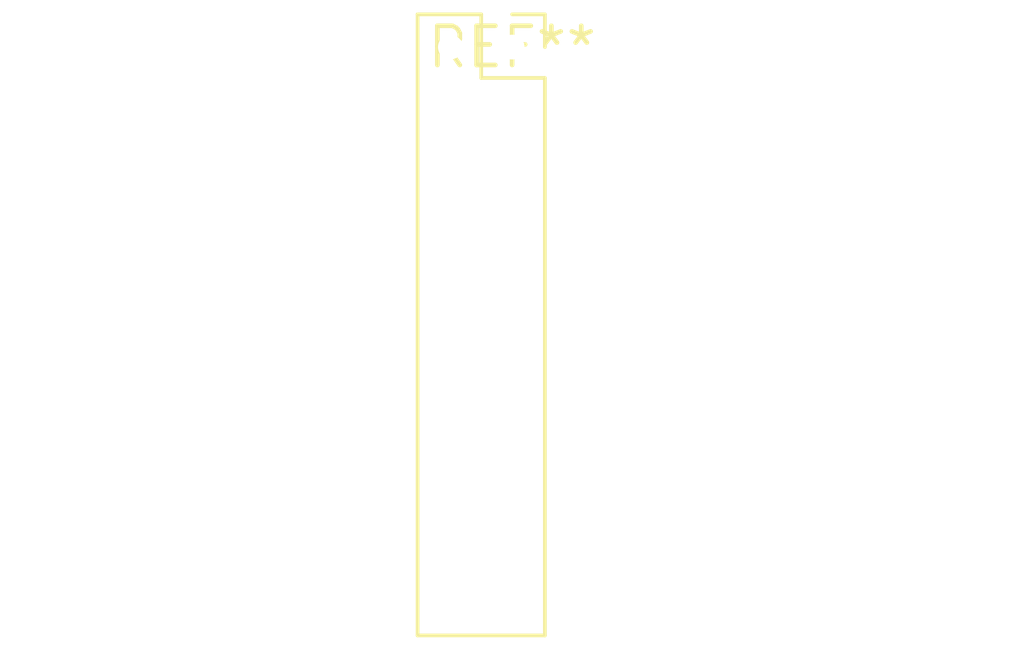
<source format=kicad_pcb>
(kicad_pcb (version 20240108) (generator pcbnew)
  (layers (0 "F.Cu" signal) (31 "B.Cu" signal) (34 "B.Paste" user) (35 "F.Paste" user) (36 "B.SilkS" user "B.Silkscreen") (37 "F.SilkS" user "F.Silkscreen") (38 "B.Mask" user) (39 "F.Mask" user) (44 "Edge.Cuts" user))
  (net 0 "")
  (footprint "PinSocket_2x10_P2.00mm_Vertical" (layer "F.Cu") (at 0 0)
    (property "Reference" "REF**")
    (property "Value" "PinSocket_2x10_P2.00mm_Vertical")
    (fp_line (start -3.06 -1.06) (end -3.06 19.06) (layer "F.SilkS") (stroke (width 0.12)))
    (fp_line (start -3.06 -1.06) (end -1 -1.06) (layer "F.SilkS") (stroke (width 0.12)))
    (fp_line (start -3.06 19.06) (end 1.06 19.06) (layer "F.SilkS") (stroke (width 0.12)))
    (fp_line (start -1 -1.06) (end -1 1) (layer "F.SilkS") (stroke (width 0.12)))
    (fp_line (start -1 1) (end 1.06 1) (layer "F.SilkS") (stroke (width 0.12)))
    (fp_line (start 0 -1.06) (end 1.06 -1.06) (layer "F.SilkS") (stroke (width 0.12)))
    (fp_line (start 1.06 -1.06) (end 1.06 0) (layer "F.SilkS") (stroke (width 0.12)))
    (fp_line (start 1.06 1) (end 1.06 19.06) (layer "F.SilkS") (stroke (width 0.12)))
    (pad "1" thru_hole rect (at 0 0) (size 1.35 1.35) (drill 0.8) (layers *.Cu *.Mask) (remove_unused_layers))
    (pad "2" thru_hole oval (at -2 0) (size 1.35 1.35) (drill 0.8) (layers *.Cu *.Mask) (remove_unused_layers))
    (pad "3" thru_hole oval (at 0 2) (size 1.35 1.35) (drill 0.8) (layers *.Cu *.Mask) (remove_unused_layers))
    (pad "4" thru_hole oval (at -2 2) (size 1.35 1.35) (drill 0.8) (layers *.Cu *.Mask) (remove_unused_layers))
    (pad "5" thru_hole oval (at 0 4) (size 1.35 1.35) (drill 0.8) (layers *.Cu *.Mask) (remove_unused_layers))
    (pad "6" thru_hole oval (at -2 4) (size 1.35 1.35) (drill 0.8) (layers *.Cu *.Mask) (remove_unused_layers))
    (pad "7" thru_hole oval (at 0 6) (size 1.35 1.35) (drill 0.8) (layers *.Cu *.Mask) (remove_unused_layers))
    (pad "8" thru_hole oval (at -2 6) (size 1.35 1.35) (drill 0.8) (layers *.Cu *.Mask) (remove_unused_layers))
    (pad "9" thru_hole oval (at 0 8) (size 1.35 1.35) (drill 0.8) (layers *.Cu *.Mask) (remove_unused_layers))
    (pad "10" thru_hole oval (at -2 8) (size 1.35 1.35) (drill 0.8) (layers *.Cu *.Mask) (remove_unused_layers))
    (pad "11" thru_hole oval (at 0 10) (size 1.35 1.35) (drill 0.8) (layers *.Cu *.Mask) (remove_unused_layers))
    (pad "12" thru_hole oval (at -2 10) (size 1.35 1.35) (drill 0.8) (layers *.Cu *.Mask) (remove_unused_layers))
    (pad "13" thru_hole oval (at 0 12) (size 1.35 1.35) (drill 0.8) (layers *.Cu *.Mask) (remove_unused_layers))
    (pad "14" thru_hole oval (at -2 12) (size 1.35 1.35) (drill 0.8) (layers *.Cu *.Mask) (remove_unused_layers))
    (pad "15" thru_hole oval (at 0 14) (size 1.35 1.35) (drill 0.8) (layers *.Cu *.Mask) (remove_unused_layers))
    (pad "16" thru_hole oval (at -2 14) (size 1.35 1.35) (drill 0.8) (layers *.Cu *.Mask) (remove_unused_layers))
    (pad "17" thru_hole oval (at 0 16) (size 1.35 1.35) (drill 0.8) (layers *.Cu *.Mask) (remove_unused_layers))
    (pad "18" thru_hole oval (at -2 16) (size 1.35 1.35) (drill 0.8) (layers *.Cu *.Mask) (remove_unused_layers))
    (pad "19" thru_hole oval (at 0 18) (size 1.35 1.35) (drill 0.8) (layers *.Cu *.Mask) (remove_unused_layers))
    (pad "20" thru_hole oval (at -2 18) (size 1.35 1.35) (drill 0.8) (layers *.Cu *.Mask) (remove_unused_layers))
  )
)
</source>
